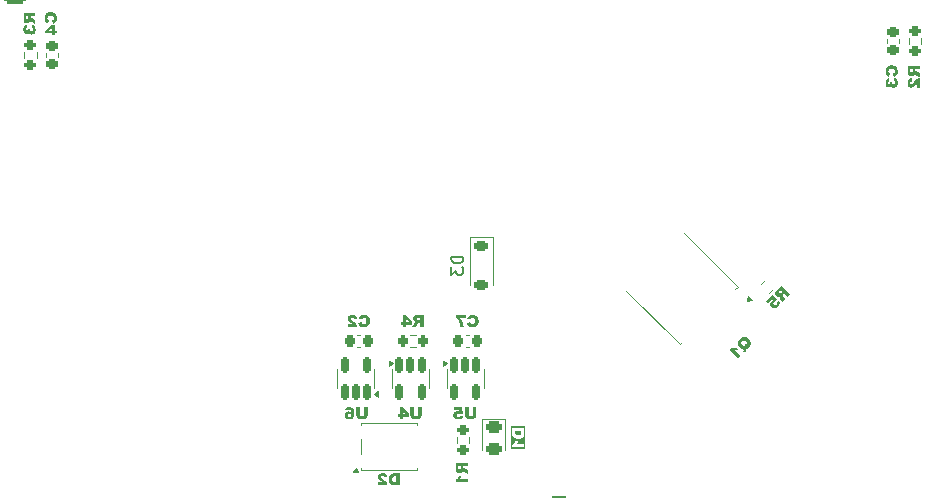
<source format=gbr>
%TF.GenerationSoftware,KiCad,Pcbnew,8.0.1*%
%TF.CreationDate,2024-04-25T23:19:35+09:00*%
%TF.ProjectId,Kicker-20240411,4b69636b-6572-42d3-9230-323430343131,rev?*%
%TF.SameCoordinates,Original*%
%TF.FileFunction,Legend,Bot*%
%TF.FilePolarity,Positive*%
%FSLAX46Y46*%
G04 Gerber Fmt 4.6, Leading zero omitted, Abs format (unit mm)*
G04 Created by KiCad (PCBNEW 8.0.1) date 2024-04-25 23:19:35*
%MOMM*%
%LPD*%
G01*
G04 APERTURE LIST*
G04 Aperture macros list*
%AMRoundRect*
0 Rectangle with rounded corners*
0 $1 Rounding radius*
0 $2 $3 $4 $5 $6 $7 $8 $9 X,Y pos of 4 corners*
0 Add a 4 corners polygon primitive as box body*
4,1,4,$2,$3,$4,$5,$6,$7,$8,$9,$2,$3,0*
0 Add four circle primitives for the rounded corners*
1,1,$1+$1,$2,$3*
1,1,$1+$1,$4,$5*
1,1,$1+$1,$6,$7*
1,1,$1+$1,$8,$9*
0 Add four rect primitives between the rounded corners*
20,1,$1+$1,$2,$3,$4,$5,0*
20,1,$1+$1,$4,$5,$6,$7,0*
20,1,$1+$1,$6,$7,$8,$9,0*
20,1,$1+$1,$8,$9,$2,$3,0*%
%AMHorizOval*
0 Thick line with rounded ends*
0 $1 width*
0 $2 $3 position (X,Y) of the first rounded end (center of the circle)*
0 $4 $5 position (X,Y) of the second rounded end (center of the circle)*
0 Add line between two ends*
20,1,$1,$2,$3,$4,$5,0*
0 Add two circle primitives to create the rounded ends*
1,1,$1,$2,$3*
1,1,$1,$4,$5*%
%AMRotRect*
0 Rectangle, with rotation*
0 The origin of the aperture is its center*
0 $1 length*
0 $2 width*
0 $3 Rotation angle, in degrees counterclockwise*
0 Add horizontal line*
21,1,$1,$2,0,0,$3*%
G04 Aperture macros list end*
%ADD10C,0.150000*%
%ADD11C,0.120000*%
%ADD12C,1.600000*%
%ADD13RotRect,1.600000X1.600000X45.000000*%
%ADD14C,2.400000*%
%ADD15R,2.400000X2.400000*%
%ADD16C,3.200000*%
%ADD17C,1.800000*%
%ADD18RoundRect,0.250200X-0.649800X0.649800X-0.649800X-0.649800X0.649800X-0.649800X0.649800X0.649800X0*%
%ADD19O,1.700000X2.000000*%
%ADD20RoundRect,0.250000X-0.600000X-0.750000X0.600000X-0.750000X0.600000X0.750000X-0.600000X0.750000X0*%
%ADD21HorizOval,1.700000X-0.106066X0.106066X0.106066X-0.106066X0*%
%ADD22RoundRect,0.250000X-0.106066X0.954594X-0.954594X0.106066X0.106066X-0.954594X0.954594X-0.106066X0*%
%ADD23C,1.700000*%
%ADD24RoundRect,0.250200X0.649800X-0.649800X0.649800X0.649800X-0.649800X0.649800X-0.649800X-0.649800X0*%
%ADD25RoundRect,0.200000X-0.275000X0.200000X-0.275000X-0.200000X0.275000X-0.200000X0.275000X0.200000X0*%
%ADD26R,2.000000X0.640000*%
%ADD27RoundRect,0.225000X0.250000X-0.225000X0.250000X0.225000X-0.250000X0.225000X-0.250000X-0.225000X0*%
%ADD28RoundRect,0.150000X-0.150000X0.512500X-0.150000X-0.512500X0.150000X-0.512500X0.150000X0.512500X0*%
%ADD29RoundRect,0.243750X-0.456250X0.243750X-0.456250X-0.243750X0.456250X-0.243750X0.456250X0.243750X0*%
%ADD30RoundRect,0.225000X-0.375000X0.225000X-0.375000X-0.225000X0.375000X-0.225000X0.375000X0.225000X0*%
%ADD31RoundRect,0.225000X0.225000X0.250000X-0.225000X0.250000X-0.225000X-0.250000X0.225000X-0.250000X0*%
%ADD32RoundRect,0.225000X-0.225000X-0.250000X0.225000X-0.250000X0.225000X0.250000X-0.225000X0.250000X0*%
%ADD33RoundRect,0.200000X0.200000X0.275000X-0.200000X0.275000X-0.200000X-0.275000X0.200000X-0.275000X0*%
%ADD34RoundRect,0.200000X0.053033X-0.335876X0.335876X-0.053033X-0.053033X0.335876X-0.335876X0.053033X0*%
%ADD35RoundRect,0.150000X0.150000X-0.512500X0.150000X0.512500X-0.150000X0.512500X-0.150000X-0.512500X0*%
%ADD36RoundRect,0.250000X0.848528X-0.353553X-0.353553X0.848528X-0.848528X0.353553X0.353553X-0.848528X0*%
%ADD37RoundRect,0.249997X3.959802X-0.212132X-0.212132X3.959802X-3.959802X0.212132X0.212132X-3.959802X0*%
G04 APERTURE END LIST*
D10*
G36*
X141108325Y-83123578D02*
G01*
X140701904Y-83123578D01*
X140701904Y-83151177D01*
X140705167Y-83181814D01*
X140725107Y-83227381D01*
X140758304Y-83257374D01*
X140802288Y-83283801D01*
X141108325Y-83449886D01*
X141108325Y-83801596D01*
X140820851Y-83651142D01*
X140797850Y-83637364D01*
X140757836Y-83607423D01*
X140739090Y-83592142D01*
X140704103Y-83557841D01*
X140685479Y-83524869D01*
X140666733Y-83476753D01*
X140663730Y-83489499D01*
X140649026Y-83538729D01*
X140627166Y-83585929D01*
X140606940Y-83615513D01*
X140571276Y-83653592D01*
X140529225Y-83684115D01*
X140485036Y-83704556D01*
X140435422Y-83716513D01*
X140385610Y-83720019D01*
X140367959Y-83719607D01*
X140318073Y-83713424D01*
X140268037Y-83697854D01*
X140223677Y-83673124D01*
X140186129Y-83641082D01*
X140154359Y-83599168D01*
X140132574Y-83550270D01*
X140129587Y-83540478D01*
X140118530Y-83489828D01*
X140111977Y-83435755D01*
X140108773Y-83381453D01*
X140107906Y-83329719D01*
X140107906Y-83123578D01*
X140311116Y-83123578D01*
X140311116Y-83260354D01*
X140311343Y-83275858D01*
X140316805Y-83328299D01*
X140337006Y-83376369D01*
X140361749Y-83396453D01*
X140411255Y-83407388D01*
X140423271Y-83406701D01*
X140469385Y-83387848D01*
X140476782Y-83381462D01*
X140500648Y-83337290D01*
X140507260Y-83306073D01*
X140514326Y-83254736D01*
X140514326Y-83123578D01*
X140311116Y-83123578D01*
X140107906Y-83123578D01*
X140107906Y-82811191D01*
X141108325Y-82811191D01*
X141108325Y-83123578D01*
G37*
G36*
X141108325Y-84668902D02*
G01*
X141108325Y-83829440D01*
X141054006Y-83838549D01*
X141001114Y-83853268D01*
X140949648Y-83873598D01*
X140899608Y-83899537D01*
X140871653Y-83916878D01*
X140828734Y-83948855D01*
X140791066Y-83982377D01*
X140751669Y-84022147D01*
X140718906Y-84058463D01*
X140685036Y-84098778D01*
X140650060Y-84143093D01*
X140613977Y-84191407D01*
X140581800Y-84234444D01*
X140548123Y-84276752D01*
X140514731Y-84314686D01*
X140477689Y-84348700D01*
X140435028Y-84373419D01*
X140389274Y-84383138D01*
X140340062Y-84371169D01*
X140311849Y-84349188D01*
X140285977Y-84305431D01*
X140279853Y-84263703D01*
X140288523Y-84214916D01*
X140314535Y-84176020D01*
X140358413Y-84149076D01*
X140410208Y-84134553D01*
X140436168Y-84130347D01*
X140412965Y-83849956D01*
X140363843Y-83858531D01*
X140313800Y-83871537D01*
X140265275Y-83890256D01*
X140229050Y-83910528D01*
X140190711Y-83941512D01*
X140158430Y-83979508D01*
X140132207Y-84024516D01*
X140127689Y-84034359D01*
X140110570Y-84084291D01*
X140100056Y-84136849D01*
X140094488Y-84189148D01*
X140092413Y-84238665D01*
X140092274Y-84256132D01*
X140093442Y-84309152D01*
X140097756Y-84365191D01*
X140105250Y-84414966D01*
X140117706Y-84464181D01*
X140125491Y-84485720D01*
X140149558Y-84533705D01*
X140180541Y-84574773D01*
X140218442Y-84608924D01*
X140226852Y-84614925D01*
X140271216Y-84639783D01*
X140318825Y-84655435D01*
X140369677Y-84661879D01*
X140380237Y-84662063D01*
X140430314Y-84657794D01*
X140479155Y-84644985D01*
X140526759Y-84623636D01*
X140552672Y-84608086D01*
X140594834Y-84575586D01*
X140633379Y-84538108D01*
X140667646Y-84499268D01*
X140703046Y-84454228D01*
X140733412Y-84411959D01*
X140762973Y-84368847D01*
X140791706Y-84328172D01*
X140813768Y-84298874D01*
X140846025Y-84261613D01*
X140873851Y-84231952D01*
X140873851Y-84668902D01*
X141108325Y-84668902D01*
G37*
G36*
X66229645Y-78620045D02*
G01*
X65823224Y-78620045D01*
X65823224Y-78647644D01*
X65826487Y-78678281D01*
X65846427Y-78723848D01*
X65879624Y-78753841D01*
X65923608Y-78780268D01*
X66229645Y-78946353D01*
X66229645Y-79298063D01*
X65942171Y-79147609D01*
X65919170Y-79133831D01*
X65879156Y-79103890D01*
X65860410Y-79088609D01*
X65825423Y-79054308D01*
X65806799Y-79021336D01*
X65788053Y-78973220D01*
X65785050Y-78985966D01*
X65770346Y-79035196D01*
X65748486Y-79082396D01*
X65728260Y-79111980D01*
X65692596Y-79150059D01*
X65650545Y-79180582D01*
X65606356Y-79201023D01*
X65556742Y-79212980D01*
X65506930Y-79216486D01*
X65489279Y-79216074D01*
X65439393Y-79209891D01*
X65389357Y-79194321D01*
X65344997Y-79169591D01*
X65307449Y-79137549D01*
X65275679Y-79095635D01*
X65253894Y-79046737D01*
X65250907Y-79036945D01*
X65239850Y-78986295D01*
X65233297Y-78932222D01*
X65230093Y-78877920D01*
X65229226Y-78826186D01*
X65229226Y-78620045D01*
X65432436Y-78620045D01*
X65432436Y-78756821D01*
X65432663Y-78772325D01*
X65438125Y-78824766D01*
X65458326Y-78872836D01*
X65483069Y-78892920D01*
X65532575Y-78903855D01*
X65544591Y-78903168D01*
X65590705Y-78884315D01*
X65598102Y-78877929D01*
X65621968Y-78833757D01*
X65628580Y-78802540D01*
X65635646Y-78751203D01*
X65635646Y-78620045D01*
X65432436Y-78620045D01*
X65229226Y-78620045D01*
X65229226Y-78307658D01*
X66229645Y-78307658D01*
X66229645Y-78620045D01*
G37*
G36*
X65526225Y-79617777D02*
G01*
X65482261Y-79353262D01*
X65435590Y-79367765D01*
X65386566Y-79390089D01*
X65343386Y-79418234D01*
X65306050Y-79452199D01*
X65282959Y-79480024D01*
X65255931Y-79524785D01*
X65235542Y-79577002D01*
X65223349Y-79627695D01*
X65216033Y-79683866D01*
X65213662Y-79734860D01*
X65213594Y-79745516D01*
X65215335Y-79804516D01*
X65220559Y-79858173D01*
X65229265Y-79906487D01*
X65244309Y-79957412D01*
X65268198Y-80007100D01*
X65284913Y-80030791D01*
X65322756Y-80069260D01*
X65365208Y-80096737D01*
X65412271Y-80113223D01*
X65463943Y-80118719D01*
X65513208Y-80112793D01*
X65561934Y-80093158D01*
X65578249Y-80082815D01*
X65617827Y-80047836D01*
X65648041Y-80008855D01*
X65668130Y-79975104D01*
X65682889Y-80023765D01*
X65702080Y-80064253D01*
X65733222Y-80103810D01*
X65771937Y-80134858D01*
X65784390Y-80142166D01*
X65832629Y-80161200D01*
X65884203Y-80169330D01*
X65905778Y-80170010D01*
X65955090Y-80166358D01*
X66003280Y-80155404D01*
X66050350Y-80137147D01*
X66076016Y-80123848D01*
X66118810Y-80094812D01*
X66155691Y-80059362D01*
X66186661Y-80017498D01*
X66201312Y-79991468D01*
X66220546Y-79944833D01*
X66234285Y-79891390D01*
X66241798Y-79839042D01*
X66244890Y-79790024D01*
X66245276Y-79764078D01*
X66244151Y-79714639D01*
X66239995Y-79662104D01*
X66231497Y-79608848D01*
X66217155Y-79557583D01*
X66213280Y-79547435D01*
X66190244Y-79500566D01*
X66161436Y-79459183D01*
X66126855Y-79423286D01*
X66119247Y-79416765D01*
X66077396Y-79387174D01*
X66029392Y-79362211D01*
X65980927Y-79343700D01*
X65963664Y-79338363D01*
X65932645Y-79617777D01*
X65979505Y-79632626D01*
X66020983Y-79658432D01*
X66030587Y-79668823D01*
X66052508Y-79713989D01*
X66057698Y-79757239D01*
X66049165Y-79805772D01*
X66021252Y-79848430D01*
X66018863Y-79850784D01*
X65976591Y-79877782D01*
X65926970Y-79888067D01*
X65915060Y-79888398D01*
X65866239Y-79882432D01*
X65822228Y-79860722D01*
X65812722Y-79852250D01*
X65785428Y-79809874D01*
X65776365Y-79758390D01*
X65776330Y-79754553D01*
X65782436Y-79703701D01*
X65791961Y-79663939D01*
X65585820Y-79678349D01*
X65588751Y-79714741D01*
X65581241Y-79765116D01*
X65558709Y-79806332D01*
X65519160Y-79837126D01*
X65487635Y-79843213D01*
X65439309Y-79828955D01*
X65424864Y-79815613D01*
X65403972Y-79770769D01*
X65401173Y-79740142D01*
X65409983Y-79690237D01*
X65429016Y-79659542D01*
X65470197Y-79632428D01*
X65517688Y-79619228D01*
X65526225Y-79617777D01*
G37*
G36*
X97068098Y-118329645D02*
G01*
X96605746Y-118329645D01*
X96573927Y-118328683D01*
X96523654Y-118323634D01*
X96470329Y-118314257D01*
X96420366Y-118302289D01*
X96411031Y-118299661D01*
X96365503Y-118281853D01*
X96321883Y-118256270D01*
X96280170Y-118222910D01*
X96260489Y-118203519D01*
X96228579Y-118165128D01*
X96201190Y-118122255D01*
X96178321Y-118074899D01*
X96165788Y-118039210D01*
X96154442Y-117991170D01*
X96146627Y-117936234D01*
X96142737Y-117883658D01*
X96141584Y-117832366D01*
X96454071Y-117832366D01*
X96454163Y-117846708D01*
X96456361Y-117899037D01*
X96463230Y-117953114D01*
X96477519Y-118001382D01*
X96503243Y-118043339D01*
X96541999Y-118074411D01*
X96580856Y-118087062D01*
X96630355Y-118093529D01*
X96680729Y-118095171D01*
X96756933Y-118095171D01*
X96756933Y-117563699D01*
X96679263Y-117563699D01*
X96643164Y-117565094D01*
X96592399Y-117573131D01*
X96545580Y-117590713D01*
X96506339Y-117620852D01*
X96500010Y-117628347D01*
X96476581Y-117671521D01*
X96462698Y-117722873D01*
X96455909Y-117777824D01*
X96454071Y-117832366D01*
X96141584Y-117832366D01*
X96141441Y-117826016D01*
X96142308Y-117788025D01*
X96146162Y-117738574D01*
X96154184Y-117684583D01*
X96166109Y-117632331D01*
X96174557Y-117604264D01*
X96193491Y-117556537D01*
X96217216Y-117512403D01*
X96245732Y-117471864D01*
X96263621Y-117451121D01*
X96299427Y-117417721D01*
X96339871Y-117389383D01*
X96384951Y-117366106D01*
X96401209Y-117359515D01*
X96449058Y-117345109D01*
X96503440Y-117335313D01*
X96556384Y-117330522D01*
X96605746Y-117329226D01*
X97068098Y-117329226D01*
X97068098Y-118329645D01*
G37*
G36*
X95210387Y-118329645D02*
G01*
X96049849Y-118329645D01*
X96040740Y-118275326D01*
X96026021Y-118222434D01*
X96005691Y-118170968D01*
X95979752Y-118120928D01*
X95962411Y-118092973D01*
X95930434Y-118050054D01*
X95896912Y-118012386D01*
X95857142Y-117972989D01*
X95820826Y-117940226D01*
X95780511Y-117906356D01*
X95736196Y-117871380D01*
X95687882Y-117835297D01*
X95644845Y-117803120D01*
X95602537Y-117769443D01*
X95564603Y-117736051D01*
X95530589Y-117699009D01*
X95505870Y-117656348D01*
X95496151Y-117610594D01*
X95508120Y-117561382D01*
X95530101Y-117533169D01*
X95573858Y-117507297D01*
X95615586Y-117501173D01*
X95664373Y-117509843D01*
X95703269Y-117535855D01*
X95730213Y-117579733D01*
X95744736Y-117631528D01*
X95748942Y-117657488D01*
X96029333Y-117634285D01*
X96020758Y-117585163D01*
X96007752Y-117535120D01*
X95989033Y-117486595D01*
X95968761Y-117450370D01*
X95937777Y-117412031D01*
X95899781Y-117379750D01*
X95854773Y-117353527D01*
X95844930Y-117349009D01*
X95794998Y-117331890D01*
X95742440Y-117321376D01*
X95690141Y-117315808D01*
X95640624Y-117313733D01*
X95623157Y-117313594D01*
X95570137Y-117314762D01*
X95514098Y-117319076D01*
X95464323Y-117326570D01*
X95415108Y-117339026D01*
X95393569Y-117346811D01*
X95345584Y-117370878D01*
X95304516Y-117401861D01*
X95270365Y-117439762D01*
X95264364Y-117448172D01*
X95239506Y-117492536D01*
X95223854Y-117540145D01*
X95217410Y-117590997D01*
X95217226Y-117601557D01*
X95221495Y-117651634D01*
X95234304Y-117700475D01*
X95255653Y-117748079D01*
X95271203Y-117773992D01*
X95303703Y-117816154D01*
X95341181Y-117854699D01*
X95380021Y-117888966D01*
X95425061Y-117924366D01*
X95467330Y-117954732D01*
X95510442Y-117984293D01*
X95551117Y-118013026D01*
X95580415Y-118035088D01*
X95617676Y-118067345D01*
X95647337Y-118095171D01*
X95210387Y-118095171D01*
X95210387Y-118329645D01*
G37*
G36*
X138823224Y-83477486D02*
G01*
X138902115Y-83750061D01*
X138950015Y-83736573D01*
X139000378Y-83717438D01*
X139046071Y-83694335D01*
X139087092Y-83667262D01*
X139091892Y-83663599D01*
X139131682Y-83628091D01*
X139165599Y-83588062D01*
X139193643Y-83543512D01*
X139206686Y-83516809D01*
X139223569Y-83470097D01*
X139235628Y-83417402D01*
X139242223Y-83366385D01*
X139245125Y-83310786D01*
X139245276Y-83294059D01*
X139244125Y-83244235D01*
X139239706Y-83188319D01*
X139231972Y-83136627D01*
X139218760Y-83081660D01*
X139201037Y-83032442D01*
X139198137Y-83025881D01*
X139173983Y-82981716D01*
X139142979Y-82940262D01*
X139105127Y-82901520D01*
X139067231Y-82870471D01*
X139031808Y-82846118D01*
X138984776Y-82820469D01*
X138933073Y-82800128D01*
X138876698Y-82785092D01*
X138826152Y-82776617D01*
X138772361Y-82771826D01*
X138726993Y-82770647D01*
X138666928Y-82772723D01*
X138610443Y-82778951D01*
X138557538Y-82789331D01*
X138508212Y-82803864D01*
X138462466Y-82822548D01*
X138410318Y-82851743D01*
X138363763Y-82887425D01*
X138346707Y-82903515D01*
X138308359Y-82947731D01*
X138276511Y-82997339D01*
X138251162Y-83052336D01*
X138235563Y-83100215D01*
X138224124Y-83151544D01*
X138216844Y-83206324D01*
X138213724Y-83264553D01*
X138213594Y-83279649D01*
X138215479Y-83337115D01*
X138221131Y-83390598D01*
X138230553Y-83440098D01*
X138246833Y-83494240D01*
X138268540Y-83542645D01*
X138290775Y-83578602D01*
X138322629Y-83617485D01*
X138360304Y-83652436D01*
X138403801Y-83683454D01*
X138453120Y-83710539D01*
X138498666Y-83730106D01*
X138527935Y-83740535D01*
X138588751Y-83465762D01*
X138543125Y-83448133D01*
X138521829Y-83435476D01*
X138485542Y-83400309D01*
X138467363Y-83371484D01*
X138451252Y-83323632D01*
X138448067Y-83287220D01*
X138453273Y-83237425D01*
X138471573Y-83188778D01*
X138503050Y-83147935D01*
X138531354Y-83125043D01*
X138576868Y-83102632D01*
X138629618Y-83089559D01*
X138678366Y-83084039D01*
X138725527Y-83082545D01*
X138783278Y-83084331D01*
X138833799Y-83089689D01*
X138883603Y-83100455D01*
X138933176Y-83121441D01*
X138949986Y-83133347D01*
X138984611Y-83173152D01*
X139004864Y-83222711D01*
X139010803Y-83276229D01*
X139006128Y-83327831D01*
X138990186Y-83374729D01*
X138962931Y-83411296D01*
X138920731Y-83442013D01*
X138876223Y-83462206D01*
X138828906Y-83476179D01*
X138823224Y-83477486D01*
G37*
G36*
X138526225Y-84121310D02*
G01*
X138482261Y-83856795D01*
X138435590Y-83871298D01*
X138386566Y-83893622D01*
X138343386Y-83921767D01*
X138306050Y-83955732D01*
X138282959Y-83983557D01*
X138255931Y-84028318D01*
X138235542Y-84080535D01*
X138223349Y-84131228D01*
X138216033Y-84187399D01*
X138213662Y-84238393D01*
X138213594Y-84249049D01*
X138215335Y-84308049D01*
X138220559Y-84361706D01*
X138229265Y-84410020D01*
X138244309Y-84460945D01*
X138268198Y-84510633D01*
X138284913Y-84534324D01*
X138322756Y-84572793D01*
X138365208Y-84600270D01*
X138412271Y-84616756D01*
X138463943Y-84622252D01*
X138513208Y-84616326D01*
X138561934Y-84596691D01*
X138578249Y-84586348D01*
X138617827Y-84551369D01*
X138648041Y-84512388D01*
X138668130Y-84478637D01*
X138682889Y-84527298D01*
X138702080Y-84567786D01*
X138733222Y-84607343D01*
X138771937Y-84638391D01*
X138784390Y-84645699D01*
X138832629Y-84664733D01*
X138884203Y-84672863D01*
X138905778Y-84673543D01*
X138955090Y-84669891D01*
X139003280Y-84658937D01*
X139050350Y-84640680D01*
X139076016Y-84627381D01*
X139118810Y-84598345D01*
X139155691Y-84562895D01*
X139186661Y-84521031D01*
X139201312Y-84495001D01*
X139220546Y-84448366D01*
X139234285Y-84394923D01*
X139241798Y-84342575D01*
X139244890Y-84293557D01*
X139245276Y-84267611D01*
X139244151Y-84218172D01*
X139239995Y-84165637D01*
X139231497Y-84112381D01*
X139217155Y-84061116D01*
X139213280Y-84050968D01*
X139190244Y-84004099D01*
X139161436Y-83962716D01*
X139126855Y-83926819D01*
X139119247Y-83920298D01*
X139077396Y-83890707D01*
X139029392Y-83865744D01*
X138980927Y-83847233D01*
X138963664Y-83841896D01*
X138932645Y-84121310D01*
X138979505Y-84136159D01*
X139020983Y-84161965D01*
X139030587Y-84172356D01*
X139052508Y-84217522D01*
X139057698Y-84260772D01*
X139049165Y-84309305D01*
X139021252Y-84351963D01*
X139018863Y-84354317D01*
X138976591Y-84381315D01*
X138926970Y-84391600D01*
X138915060Y-84391931D01*
X138866239Y-84385965D01*
X138822228Y-84364255D01*
X138812722Y-84355783D01*
X138785428Y-84313407D01*
X138776365Y-84261923D01*
X138776330Y-84258086D01*
X138782436Y-84207234D01*
X138791961Y-84167472D01*
X138585820Y-84181882D01*
X138588751Y-84218274D01*
X138581241Y-84268649D01*
X138558709Y-84309865D01*
X138519160Y-84340659D01*
X138487635Y-84346746D01*
X138439309Y-84332488D01*
X138424864Y-84319146D01*
X138403972Y-84274302D01*
X138401173Y-84243675D01*
X138409983Y-84193770D01*
X138429016Y-84163075D01*
X138470197Y-84135961D01*
X138517688Y-84122761D01*
X138526225Y-84121310D01*
G37*
G36*
X102905537Y-111729226D02*
G01*
X102595105Y-111729226D01*
X102595105Y-112324446D01*
X102597307Y-112373407D01*
X102604921Y-112425995D01*
X102617973Y-112476676D01*
X102622948Y-112491508D01*
X102643428Y-112538753D01*
X102670061Y-112582183D01*
X102702847Y-112621796D01*
X102710143Y-112629261D01*
X102747810Y-112662615D01*
X102790566Y-112691371D01*
X102834707Y-112711815D01*
X102882395Y-112726454D01*
X102934602Y-112736911D01*
X102983990Y-112742629D01*
X103036837Y-112745145D01*
X103052572Y-112745276D01*
X103104702Y-112744064D01*
X103154848Y-112740858D01*
X103207618Y-112735649D01*
X103213039Y-112735018D01*
X103264464Y-112726651D01*
X103314639Y-112712929D01*
X103358119Y-112694474D01*
X103400526Y-112668187D01*
X103440185Y-112634756D01*
X103465098Y-112608500D01*
X103494738Y-112569643D01*
X103518843Y-112526332D01*
X103531288Y-112493217D01*
X103545219Y-112441356D01*
X103554592Y-112392934D01*
X103559658Y-112343165D01*
X103560108Y-112324446D01*
X103560108Y-111729226D01*
X103249676Y-111729226D01*
X103249676Y-112337390D01*
X103244279Y-112389261D01*
X103226081Y-112436236D01*
X103204002Y-112464885D01*
X103161048Y-112494615D01*
X103111022Y-112508606D01*
X103077240Y-112510803D01*
X103026094Y-112505464D01*
X102979646Y-112487460D01*
X102951211Y-112465618D01*
X102921639Y-112422657D01*
X102907723Y-112371910D01*
X102905537Y-112337390D01*
X102905537Y-111729226D01*
G37*
G36*
X102327415Y-111729226D02*
G01*
X101663074Y-111729226D01*
X101663074Y-111963699D01*
X102112969Y-111963699D01*
X102137149Y-112105116D01*
X102090743Y-112084233D01*
X102044826Y-112069456D01*
X101996573Y-112060118D01*
X101954456Y-112057488D01*
X101899770Y-112060674D01*
X101849103Y-112070231D01*
X101802455Y-112086159D01*
X101753111Y-112112795D01*
X101709236Y-112148102D01*
X101672501Y-112189990D01*
X101644788Y-112236366D01*
X101626098Y-112287229D01*
X101616431Y-112342581D01*
X101614958Y-112376225D01*
X101618803Y-112430031D01*
X101630337Y-112482640D01*
X101649560Y-112534050D01*
X101663563Y-112562094D01*
X101690277Y-112604043D01*
X101726388Y-112644958D01*
X101768913Y-112679227D01*
X101800827Y-112698381D01*
X101848393Y-112718898D01*
X101902188Y-112733552D01*
X101954367Y-112741567D01*
X102011315Y-112745093D01*
X102028461Y-112745276D01*
X102082274Y-112743750D01*
X102131604Y-112739171D01*
X102181159Y-112730503D01*
X102199431Y-112725981D01*
X102245784Y-112710464D01*
X102290624Y-112688402D01*
X102320332Y-112668340D01*
X102357553Y-112635531D01*
X102390785Y-112596501D01*
X102400932Y-112581633D01*
X102424401Y-112538192D01*
X102442988Y-112491080D01*
X102452467Y-112460489D01*
X102169390Y-112432645D01*
X102155131Y-112480677D01*
X102125898Y-112521832D01*
X102121274Y-112525946D01*
X102076983Y-112550721D01*
X102031148Y-112557698D01*
X101980877Y-112549004D01*
X101939514Y-112522922D01*
X101934672Y-112518130D01*
X101908626Y-112476076D01*
X101897910Y-112428196D01*
X101896570Y-112400161D01*
X101901130Y-112349996D01*
X101918277Y-112303807D01*
X101935161Y-112282436D01*
X101976745Y-112255613D01*
X102025725Y-112245395D01*
X102037498Y-112245067D01*
X102087129Y-112252031D01*
X102115900Y-112262896D01*
X102157176Y-112290508D01*
X102177694Y-112309547D01*
X102415831Y-112278772D01*
X102327415Y-111729226D01*
G37*
G36*
X107373851Y-113848560D02*
G01*
X107372209Y-113898934D01*
X107365742Y-113948433D01*
X107353091Y-113987290D01*
X107322019Y-114026046D01*
X107280062Y-114051770D01*
X107231794Y-114066059D01*
X107177717Y-114072928D01*
X107125388Y-114075126D01*
X107111046Y-114075218D01*
X107056504Y-114073380D01*
X107001553Y-114066591D01*
X106950201Y-114052708D01*
X106907027Y-114029279D01*
X106899532Y-114022950D01*
X106869393Y-113983709D01*
X106851811Y-113936890D01*
X106843774Y-113886125D01*
X106842379Y-113850026D01*
X106842379Y-113772356D01*
X107373851Y-113772356D01*
X107373851Y-113848560D01*
G37*
G36*
X107719436Y-115245121D02*
G01*
X106481163Y-115245121D01*
X106481163Y-115134010D01*
X106592274Y-115134010D01*
X107608325Y-115134010D01*
X107608325Y-114850933D01*
X106943007Y-114850933D01*
X106974305Y-114808467D01*
X107001644Y-114766860D01*
X107027144Y-114722084D01*
X107029225Y-114718065D01*
X107051576Y-114670064D01*
X107071344Y-114619765D01*
X107088687Y-114569072D01*
X107092484Y-114557109D01*
X106858010Y-114557109D01*
X106840422Y-114608440D01*
X106821546Y-114655271D01*
X106797895Y-114704222D01*
X106772492Y-114747048D01*
X106749322Y-114778881D01*
X106715602Y-114816189D01*
X106678187Y-114849223D01*
X106637078Y-114877983D01*
X106592274Y-114902468D01*
X106592274Y-115134010D01*
X106481163Y-115134010D01*
X106481163Y-113461191D01*
X106607906Y-113461191D01*
X106607906Y-113772356D01*
X106607906Y-113923543D01*
X106609202Y-113972905D01*
X106613993Y-114025849D01*
X106623789Y-114080231D01*
X106638195Y-114128080D01*
X106644786Y-114144338D01*
X106668063Y-114189418D01*
X106696401Y-114229862D01*
X106729801Y-114265668D01*
X106750544Y-114283557D01*
X106791083Y-114312073D01*
X106835217Y-114335798D01*
X106882944Y-114354732D01*
X106911011Y-114363180D01*
X106963263Y-114375105D01*
X107017254Y-114383127D01*
X107066705Y-114386981D01*
X107104696Y-114387848D01*
X107162338Y-114386552D01*
X107214914Y-114382662D01*
X107269850Y-114374847D01*
X107317890Y-114363501D01*
X107353579Y-114350968D01*
X107400935Y-114328099D01*
X107443808Y-114300710D01*
X107482199Y-114268800D01*
X107501590Y-114249119D01*
X107534950Y-114207406D01*
X107560533Y-114163786D01*
X107578341Y-114118258D01*
X107580969Y-114108923D01*
X107592937Y-114058960D01*
X107602314Y-114005635D01*
X107607363Y-113955362D01*
X107608325Y-113923543D01*
X107608325Y-113461191D01*
X106607906Y-113461191D01*
X106481163Y-113461191D01*
X106481163Y-113350080D01*
X107719436Y-113350080D01*
X107719436Y-115245121D01*
G37*
X102454765Y-98973017D02*
X101454765Y-98973017D01*
X101454765Y-98973017D02*
X101454765Y-99211112D01*
X101454765Y-99211112D02*
X101502384Y-99353969D01*
X101502384Y-99353969D02*
X101597622Y-99449207D01*
X101597622Y-99449207D02*
X101692860Y-99496826D01*
X101692860Y-99496826D02*
X101883336Y-99544445D01*
X101883336Y-99544445D02*
X102026193Y-99544445D01*
X102026193Y-99544445D02*
X102216669Y-99496826D01*
X102216669Y-99496826D02*
X102311907Y-99449207D01*
X102311907Y-99449207D02*
X102407146Y-99353969D01*
X102407146Y-99353969D02*
X102454765Y-99211112D01*
X102454765Y-99211112D02*
X102454765Y-98973017D01*
X101454765Y-99877779D02*
X101454765Y-100496826D01*
X101454765Y-100496826D02*
X101835717Y-100163493D01*
X101835717Y-100163493D02*
X101835717Y-100306350D01*
X101835717Y-100306350D02*
X101883336Y-100401588D01*
X101883336Y-100401588D02*
X101930955Y-100449207D01*
X101930955Y-100449207D02*
X102026193Y-100496826D01*
X102026193Y-100496826D02*
X102264288Y-100496826D01*
X102264288Y-100496826D02*
X102359526Y-100449207D01*
X102359526Y-100449207D02*
X102407146Y-100401588D01*
X102407146Y-100401588D02*
X102454765Y-100306350D01*
X102454765Y-100306350D02*
X102454765Y-100020636D01*
X102454765Y-100020636D02*
X102407146Y-99925398D01*
X102407146Y-99925398D02*
X102359526Y-99877779D01*
G36*
X67623224Y-78977486D02*
G01*
X67702115Y-79250061D01*
X67750015Y-79236573D01*
X67800378Y-79217438D01*
X67846071Y-79194335D01*
X67887092Y-79167262D01*
X67891892Y-79163599D01*
X67931682Y-79128091D01*
X67965599Y-79088062D01*
X67993643Y-79043512D01*
X68006686Y-79016809D01*
X68023569Y-78970097D01*
X68035628Y-78917402D01*
X68042223Y-78866385D01*
X68045125Y-78810786D01*
X68045276Y-78794059D01*
X68044125Y-78744235D01*
X68039706Y-78688319D01*
X68031972Y-78636627D01*
X68018760Y-78581660D01*
X68001037Y-78532442D01*
X67998137Y-78525881D01*
X67973983Y-78481716D01*
X67942979Y-78440262D01*
X67905127Y-78401520D01*
X67867231Y-78370471D01*
X67831808Y-78346118D01*
X67784776Y-78320469D01*
X67733073Y-78300128D01*
X67676698Y-78285092D01*
X67626152Y-78276617D01*
X67572361Y-78271826D01*
X67526993Y-78270647D01*
X67466928Y-78272723D01*
X67410443Y-78278951D01*
X67357538Y-78289331D01*
X67308212Y-78303864D01*
X67262466Y-78322548D01*
X67210318Y-78351743D01*
X67163763Y-78387425D01*
X67146707Y-78403515D01*
X67108359Y-78447731D01*
X67076511Y-78497339D01*
X67051162Y-78552336D01*
X67035563Y-78600215D01*
X67024124Y-78651544D01*
X67016844Y-78706324D01*
X67013724Y-78764553D01*
X67013594Y-78779649D01*
X67015479Y-78837115D01*
X67021131Y-78890598D01*
X67030553Y-78940098D01*
X67046833Y-78994240D01*
X67068540Y-79042645D01*
X67090775Y-79078602D01*
X67122629Y-79117485D01*
X67160304Y-79152436D01*
X67203801Y-79183454D01*
X67253120Y-79210539D01*
X67298666Y-79230106D01*
X67327935Y-79240535D01*
X67388751Y-78965762D01*
X67343125Y-78948133D01*
X67321829Y-78935476D01*
X67285542Y-78900309D01*
X67267363Y-78871484D01*
X67251252Y-78823632D01*
X67248067Y-78787220D01*
X67253273Y-78737425D01*
X67271573Y-78688778D01*
X67303050Y-78647935D01*
X67331354Y-78625043D01*
X67376868Y-78602632D01*
X67429618Y-78589559D01*
X67478366Y-78584039D01*
X67525527Y-78582545D01*
X67583278Y-78584331D01*
X67633799Y-78589689D01*
X67683603Y-78600455D01*
X67733176Y-78621441D01*
X67749986Y-78633347D01*
X67784611Y-78673152D01*
X67804864Y-78722711D01*
X67810803Y-78776229D01*
X67806128Y-78827831D01*
X67790186Y-78874729D01*
X67762931Y-78911296D01*
X67720731Y-78942013D01*
X67676223Y-78962206D01*
X67628906Y-78976179D01*
X67623224Y-78977486D01*
G37*
G36*
X67857698Y-79830870D02*
G01*
X68029645Y-79830870D01*
X68029645Y-80074624D01*
X67857698Y-80074624D01*
X67857698Y-80201142D01*
X67623224Y-80201142D01*
X67623224Y-80074624D01*
X67013594Y-80074624D01*
X67013594Y-79830870D01*
X67307907Y-79830870D01*
X67623224Y-79830870D01*
X67623224Y-79561714D01*
X67307907Y-79830870D01*
X67013594Y-79830870D01*
X67625423Y-79321135D01*
X67857698Y-79321135D01*
X67857698Y-79830870D01*
G37*
G36*
X93851803Y-104523224D02*
G01*
X93579228Y-104602115D01*
X93592716Y-104650015D01*
X93611851Y-104700378D01*
X93634954Y-104746071D01*
X93662027Y-104787092D01*
X93665690Y-104791892D01*
X93701198Y-104831682D01*
X93741227Y-104865599D01*
X93785777Y-104893643D01*
X93812480Y-104906686D01*
X93859192Y-104923569D01*
X93911887Y-104935628D01*
X93962904Y-104942223D01*
X94018503Y-104945125D01*
X94035230Y-104945276D01*
X94085054Y-104944125D01*
X94140970Y-104939706D01*
X94192662Y-104931972D01*
X94247629Y-104918760D01*
X94296847Y-104901037D01*
X94303408Y-104898137D01*
X94347573Y-104873983D01*
X94389027Y-104842979D01*
X94427769Y-104805127D01*
X94458818Y-104767231D01*
X94483171Y-104731808D01*
X94508820Y-104684776D01*
X94529161Y-104633073D01*
X94544197Y-104576698D01*
X94552672Y-104526152D01*
X94557463Y-104472361D01*
X94558642Y-104426993D01*
X94556566Y-104366928D01*
X94550338Y-104310443D01*
X94539958Y-104257538D01*
X94525425Y-104208212D01*
X94506741Y-104162466D01*
X94477546Y-104110318D01*
X94441864Y-104063763D01*
X94425774Y-104046707D01*
X94381558Y-104008359D01*
X94331950Y-103976511D01*
X94276953Y-103951162D01*
X94229074Y-103935563D01*
X94177745Y-103924124D01*
X94122965Y-103916844D01*
X94064736Y-103913724D01*
X94049640Y-103913594D01*
X93992174Y-103915479D01*
X93938691Y-103921131D01*
X93889191Y-103930553D01*
X93835049Y-103946833D01*
X93786644Y-103968540D01*
X93750687Y-103990775D01*
X93711804Y-104022629D01*
X93676853Y-104060304D01*
X93645835Y-104103801D01*
X93618750Y-104153120D01*
X93599183Y-104198666D01*
X93588754Y-104227935D01*
X93863527Y-104288751D01*
X93881156Y-104243125D01*
X93893813Y-104221829D01*
X93928980Y-104185542D01*
X93957805Y-104167363D01*
X94005657Y-104151252D01*
X94042069Y-104148067D01*
X94091864Y-104153273D01*
X94140511Y-104171573D01*
X94181354Y-104203050D01*
X94204246Y-104231354D01*
X94226657Y-104276868D01*
X94239730Y-104329618D01*
X94245250Y-104378366D01*
X94246744Y-104425527D01*
X94244958Y-104483278D01*
X94239600Y-104533799D01*
X94228834Y-104583603D01*
X94207848Y-104633176D01*
X94195942Y-104649986D01*
X94156137Y-104684611D01*
X94106578Y-104704864D01*
X94053060Y-104710803D01*
X94001458Y-104706128D01*
X93954560Y-104690186D01*
X93917993Y-104662931D01*
X93887276Y-104620731D01*
X93867083Y-104576223D01*
X93853110Y-104528906D01*
X93851803Y-104523224D01*
G37*
G36*
X92660387Y-104929645D02*
G01*
X93499849Y-104929645D01*
X93490740Y-104875326D01*
X93476021Y-104822434D01*
X93455691Y-104770968D01*
X93429752Y-104720928D01*
X93412411Y-104692973D01*
X93380434Y-104650054D01*
X93346912Y-104612386D01*
X93307142Y-104572989D01*
X93270826Y-104540226D01*
X93230511Y-104506356D01*
X93186196Y-104471380D01*
X93137882Y-104435297D01*
X93094845Y-104403120D01*
X93052537Y-104369443D01*
X93014603Y-104336051D01*
X92980589Y-104299009D01*
X92955870Y-104256348D01*
X92946151Y-104210594D01*
X92958120Y-104161382D01*
X92980101Y-104133169D01*
X93023858Y-104107297D01*
X93065586Y-104101173D01*
X93114373Y-104109843D01*
X93153269Y-104135855D01*
X93180213Y-104179733D01*
X93194736Y-104231528D01*
X93198942Y-104257488D01*
X93479333Y-104234285D01*
X93470758Y-104185163D01*
X93457752Y-104135120D01*
X93439033Y-104086595D01*
X93418761Y-104050370D01*
X93387777Y-104012031D01*
X93349781Y-103979750D01*
X93304773Y-103953527D01*
X93294930Y-103949009D01*
X93244998Y-103931890D01*
X93192440Y-103921376D01*
X93140141Y-103915808D01*
X93090624Y-103913733D01*
X93073157Y-103913594D01*
X93020137Y-103914762D01*
X92964098Y-103919076D01*
X92914323Y-103926570D01*
X92865108Y-103939026D01*
X92843569Y-103946811D01*
X92795584Y-103970878D01*
X92754516Y-104001861D01*
X92720365Y-104039762D01*
X92714364Y-104048172D01*
X92689506Y-104092536D01*
X92673854Y-104140145D01*
X92667410Y-104190997D01*
X92667226Y-104201557D01*
X92671495Y-104251634D01*
X92684304Y-104300475D01*
X92705653Y-104348079D01*
X92721203Y-104373992D01*
X92753703Y-104416154D01*
X92791181Y-104454699D01*
X92830021Y-104488966D01*
X92875061Y-104524366D01*
X92917330Y-104554732D01*
X92960442Y-104584293D01*
X93001117Y-104613026D01*
X93030415Y-104635088D01*
X93067676Y-104667345D01*
X93097337Y-104695171D01*
X92660387Y-104695171D01*
X92660387Y-104929645D01*
G37*
G36*
X98280537Y-111729226D02*
G01*
X97970105Y-111729226D01*
X97970105Y-112324446D01*
X97972307Y-112373407D01*
X97979921Y-112425995D01*
X97992973Y-112476676D01*
X97997948Y-112491508D01*
X98018428Y-112538753D01*
X98045061Y-112582183D01*
X98077847Y-112621796D01*
X98085143Y-112629261D01*
X98122810Y-112662615D01*
X98165566Y-112691371D01*
X98209707Y-112711815D01*
X98257395Y-112726454D01*
X98309602Y-112736911D01*
X98358990Y-112742629D01*
X98411837Y-112745145D01*
X98427572Y-112745276D01*
X98479702Y-112744064D01*
X98529848Y-112740858D01*
X98582618Y-112735649D01*
X98588039Y-112735018D01*
X98639464Y-112726651D01*
X98689639Y-112712929D01*
X98733119Y-112694474D01*
X98775526Y-112668187D01*
X98815185Y-112634756D01*
X98840098Y-112608500D01*
X98869738Y-112569643D01*
X98893843Y-112526332D01*
X98906288Y-112493217D01*
X98920219Y-112441356D01*
X98929592Y-112392934D01*
X98934658Y-112343165D01*
X98935108Y-112324446D01*
X98935108Y-111729226D01*
X98624676Y-111729226D01*
X98624676Y-112337390D01*
X98619279Y-112389261D01*
X98601081Y-112436236D01*
X98579002Y-112464885D01*
X98536048Y-112494615D01*
X98486022Y-112508606D01*
X98452240Y-112510803D01*
X98401094Y-112505464D01*
X98354646Y-112487460D01*
X98326211Y-112465618D01*
X98296639Y-112422657D01*
X98282723Y-112371910D01*
X98280537Y-112337390D01*
X98280537Y-111729226D01*
G37*
G36*
X97844564Y-112325423D02*
G01*
X97844564Y-112557698D01*
X97334829Y-112557698D01*
X97334829Y-112729645D01*
X97091075Y-112729645D01*
X97091075Y-112557698D01*
X96964557Y-112557698D01*
X96964557Y-112323224D01*
X97091075Y-112323224D01*
X97091075Y-112007907D01*
X97334829Y-112007907D01*
X97334829Y-112323224D01*
X97603985Y-112323224D01*
X97334829Y-112007907D01*
X97091075Y-112007907D01*
X97091075Y-111713594D01*
X97334829Y-111713594D01*
X97844564Y-112325423D01*
G37*
G36*
X103051803Y-104523224D02*
G01*
X102779228Y-104602115D01*
X102792716Y-104650015D01*
X102811851Y-104700378D01*
X102834954Y-104746071D01*
X102862027Y-104787092D01*
X102865690Y-104791892D01*
X102901198Y-104831682D01*
X102941227Y-104865599D01*
X102985777Y-104893643D01*
X103012480Y-104906686D01*
X103059192Y-104923569D01*
X103111887Y-104935628D01*
X103162904Y-104942223D01*
X103218503Y-104945125D01*
X103235230Y-104945276D01*
X103285054Y-104944125D01*
X103340970Y-104939706D01*
X103392662Y-104931972D01*
X103447629Y-104918760D01*
X103496847Y-104901037D01*
X103503408Y-104898137D01*
X103547573Y-104873983D01*
X103589027Y-104842979D01*
X103627769Y-104805127D01*
X103658818Y-104767231D01*
X103683171Y-104731808D01*
X103708820Y-104684776D01*
X103729161Y-104633073D01*
X103744197Y-104576698D01*
X103752672Y-104526152D01*
X103757463Y-104472361D01*
X103758642Y-104426993D01*
X103756566Y-104366928D01*
X103750338Y-104310443D01*
X103739958Y-104257538D01*
X103725425Y-104208212D01*
X103706741Y-104162466D01*
X103677546Y-104110318D01*
X103641864Y-104063763D01*
X103625774Y-104046707D01*
X103581558Y-104008359D01*
X103531950Y-103976511D01*
X103476953Y-103951162D01*
X103429074Y-103935563D01*
X103377745Y-103924124D01*
X103322965Y-103916844D01*
X103264736Y-103913724D01*
X103249640Y-103913594D01*
X103192174Y-103915479D01*
X103138691Y-103921131D01*
X103089191Y-103930553D01*
X103035049Y-103946833D01*
X102986644Y-103968540D01*
X102950687Y-103990775D01*
X102911804Y-104022629D01*
X102876853Y-104060304D01*
X102845835Y-104103801D01*
X102818750Y-104153120D01*
X102799183Y-104198666D01*
X102788754Y-104227935D01*
X103063527Y-104288751D01*
X103081156Y-104243125D01*
X103093813Y-104221829D01*
X103128980Y-104185542D01*
X103157805Y-104167363D01*
X103205657Y-104151252D01*
X103242069Y-104148067D01*
X103291864Y-104153273D01*
X103340511Y-104171573D01*
X103381354Y-104203050D01*
X103404246Y-104231354D01*
X103426657Y-104276868D01*
X103439730Y-104329618D01*
X103445250Y-104378366D01*
X103446744Y-104425527D01*
X103444958Y-104483278D01*
X103439600Y-104533799D01*
X103428834Y-104583603D01*
X103407848Y-104633176D01*
X103395942Y-104649986D01*
X103356137Y-104684611D01*
X103306578Y-104704864D01*
X103253060Y-104710803D01*
X103201458Y-104706128D01*
X103154560Y-104690186D01*
X103117993Y-104662931D01*
X103087276Y-104620731D01*
X103067083Y-104576223D01*
X103053110Y-104528906D01*
X103051803Y-104523224D01*
G37*
G36*
X102674448Y-103929226D02*
G01*
X101857700Y-103929226D01*
X101857700Y-104116560D01*
X101896397Y-104152930D01*
X101932622Y-104190417D01*
X101966373Y-104229020D01*
X101997651Y-104268739D01*
X102026457Y-104309574D01*
X102035509Y-104323434D01*
X102061646Y-104366399D01*
X102086018Y-104410879D01*
X102108624Y-104456874D01*
X102129466Y-104504383D01*
X102148543Y-104553407D01*
X102165854Y-104603946D01*
X102172285Y-104624585D01*
X102186295Y-104674602D01*
X102198469Y-104727934D01*
X102208804Y-104784580D01*
X102216013Y-104834318D01*
X102221946Y-104886356D01*
X102225774Y-104929645D01*
X102504699Y-104929645D01*
X102495869Y-104869637D01*
X102485862Y-104812103D01*
X102474680Y-104757041D01*
X102462323Y-104704453D01*
X102448791Y-104654337D01*
X102434083Y-104606694D01*
X102414045Y-104550619D01*
X102401140Y-104518828D01*
X102376996Y-104466366D01*
X102348833Y-104412783D01*
X102323409Y-104369109D01*
X102295413Y-104324718D01*
X102264844Y-104279609D01*
X102231704Y-104233783D01*
X102195991Y-104187240D01*
X102177170Y-104163699D01*
X102674448Y-104163699D01*
X102674448Y-103929226D01*
G37*
G36*
X102844290Y-116723578D02*
G01*
X102437869Y-116723578D01*
X102437869Y-116751177D01*
X102441132Y-116781814D01*
X102461072Y-116827381D01*
X102494269Y-116857374D01*
X102538253Y-116883801D01*
X102844290Y-117049886D01*
X102844290Y-117401596D01*
X102556816Y-117251142D01*
X102533815Y-117237364D01*
X102493801Y-117207423D01*
X102475055Y-117192142D01*
X102440068Y-117157841D01*
X102421444Y-117124869D01*
X102402698Y-117076753D01*
X102399695Y-117089499D01*
X102384991Y-117138729D01*
X102363131Y-117185929D01*
X102342905Y-117215513D01*
X102307241Y-117253592D01*
X102265190Y-117284115D01*
X102221001Y-117304556D01*
X102171387Y-117316513D01*
X102121575Y-117320019D01*
X102103924Y-117319607D01*
X102054038Y-117313424D01*
X102004002Y-117297854D01*
X101959642Y-117273124D01*
X101922094Y-117241082D01*
X101890324Y-117199168D01*
X101868539Y-117150270D01*
X101865552Y-117140478D01*
X101854495Y-117089828D01*
X101847942Y-117035755D01*
X101844738Y-116981453D01*
X101843871Y-116929719D01*
X101843871Y-116723578D01*
X102047081Y-116723578D01*
X102047081Y-116860354D01*
X102047308Y-116875858D01*
X102052770Y-116928299D01*
X102072971Y-116976369D01*
X102097714Y-116996453D01*
X102147220Y-117007388D01*
X102159236Y-117006701D01*
X102205350Y-116987848D01*
X102212747Y-116981462D01*
X102236613Y-116937290D01*
X102243225Y-116906073D01*
X102250291Y-116854736D01*
X102250291Y-116723578D01*
X102047081Y-116723578D01*
X101843871Y-116723578D01*
X101843871Y-116411191D01*
X102844290Y-116411191D01*
X102844290Y-116723578D01*
G37*
G36*
X101828239Y-118084010D02*
G01*
X102844290Y-118084010D01*
X102844290Y-117800933D01*
X102178972Y-117800933D01*
X102210270Y-117758467D01*
X102237609Y-117716860D01*
X102263109Y-117672084D01*
X102265190Y-117668065D01*
X102287541Y-117620064D01*
X102307309Y-117569765D01*
X102324652Y-117519072D01*
X102328449Y-117507109D01*
X102093975Y-117507109D01*
X102076387Y-117558440D01*
X102057511Y-117605271D01*
X102033860Y-117654222D01*
X102008457Y-117697048D01*
X101985287Y-117728881D01*
X101951567Y-117766189D01*
X101914152Y-117799223D01*
X101873043Y-117827983D01*
X101828239Y-117852468D01*
X101828239Y-118084010D01*
G37*
G36*
X99118098Y-104929645D02*
G01*
X98805711Y-104929645D01*
X98805711Y-104523224D01*
X98778112Y-104523224D01*
X98747475Y-104526487D01*
X98701908Y-104546427D01*
X98671915Y-104579624D01*
X98645488Y-104623608D01*
X98479403Y-104929645D01*
X98127693Y-104929645D01*
X98278147Y-104642171D01*
X98291925Y-104619170D01*
X98321866Y-104579156D01*
X98337147Y-104560410D01*
X98371448Y-104525423D01*
X98404420Y-104506799D01*
X98452536Y-104488053D01*
X98439790Y-104485050D01*
X98390560Y-104470346D01*
X98343360Y-104448486D01*
X98313776Y-104428260D01*
X98275697Y-104392596D01*
X98245174Y-104350545D01*
X98224733Y-104306356D01*
X98212776Y-104256742D01*
X98211075Y-104232575D01*
X98521901Y-104232575D01*
X98522588Y-104244591D01*
X98541441Y-104290705D01*
X98547827Y-104298102D01*
X98591999Y-104321968D01*
X98623216Y-104328580D01*
X98674553Y-104335646D01*
X98805711Y-104335646D01*
X98805711Y-104132436D01*
X98668935Y-104132436D01*
X98653431Y-104132663D01*
X98600990Y-104138125D01*
X98552920Y-104158326D01*
X98532836Y-104183069D01*
X98521901Y-104232575D01*
X98211075Y-104232575D01*
X98209270Y-104206930D01*
X98209682Y-104189279D01*
X98215865Y-104139393D01*
X98231435Y-104089357D01*
X98256165Y-104044997D01*
X98288207Y-104007449D01*
X98330121Y-103975679D01*
X98379019Y-103953894D01*
X98388811Y-103950907D01*
X98439461Y-103939850D01*
X98493534Y-103933297D01*
X98547836Y-103930093D01*
X98599570Y-103929226D01*
X99118098Y-103929226D01*
X99118098Y-104929645D01*
G37*
G36*
X98108154Y-104525423D02*
G01*
X98108154Y-104757698D01*
X97598419Y-104757698D01*
X97598419Y-104929645D01*
X97354665Y-104929645D01*
X97354665Y-104757698D01*
X97228147Y-104757698D01*
X97228147Y-104523224D01*
X97354665Y-104523224D01*
X97354665Y-104207907D01*
X97598419Y-104207907D01*
X97598419Y-104523224D01*
X97867575Y-104523224D01*
X97598419Y-104207907D01*
X97354665Y-104207907D01*
X97354665Y-103913594D01*
X97598419Y-103913594D01*
X98108154Y-104525423D01*
G37*
G36*
X130108812Y-102151169D02*
G01*
X129887921Y-102372059D01*
X129600539Y-102084677D01*
X129581023Y-102104193D01*
X129561666Y-102128164D01*
X129543546Y-102174484D01*
X129545811Y-102219166D01*
X129558226Y-102268954D01*
X129657186Y-102602794D01*
X129408490Y-102851491D01*
X129311602Y-102541829D01*
X129305080Y-102515823D01*
X129297958Y-102466357D01*
X129295508Y-102442297D01*
X129295022Y-102393302D01*
X129305169Y-102356818D01*
X129325937Y-102309540D01*
X129314800Y-102316429D01*
X129269591Y-102340843D01*
X129220759Y-102358761D01*
X129185538Y-102365378D01*
X129133394Y-102367086D01*
X129082076Y-102358934D01*
X129036376Y-102342142D01*
X128992839Y-102315514D01*
X128955137Y-102282771D01*
X128942948Y-102269998D01*
X128912044Y-102230352D01*
X128887673Y-102183961D01*
X128873793Y-102135107D01*
X128869900Y-102085900D01*
X128877073Y-102033797D01*
X128887964Y-102005405D01*
X129163766Y-102005405D01*
X129167061Y-102037103D01*
X129194335Y-102079841D01*
X129203317Y-102087852D01*
X129249255Y-102107129D01*
X129259001Y-102107843D01*
X129307112Y-102093485D01*
X129333860Y-102076087D01*
X129375158Y-102044782D01*
X129467901Y-101952039D01*
X129324210Y-101808348D01*
X129227494Y-101905063D01*
X129216692Y-101916187D01*
X129183472Y-101957130D01*
X129163766Y-102005405D01*
X128887964Y-102005405D01*
X128896245Y-101983817D01*
X128901056Y-101974781D01*
X128929053Y-101931147D01*
X128962655Y-101888278D01*
X128998786Y-101847615D01*
X129034755Y-101810420D01*
X129401409Y-101443766D01*
X130108812Y-102151169D01*
G37*
G36*
X128586756Y-102258419D02*
G01*
X128116996Y-102728179D01*
X128282794Y-102893976D01*
X128600918Y-102575852D01*
X128718012Y-102658751D01*
X128670432Y-102676799D01*
X128627514Y-102698819D01*
X128586792Y-102726335D01*
X128555151Y-102754257D01*
X128518735Y-102795179D01*
X128489666Y-102837763D01*
X128467943Y-102882012D01*
X128451886Y-102935738D01*
X128445828Y-102991728D01*
X128449471Y-103047323D01*
X128462668Y-103099711D01*
X128485418Y-103148892D01*
X128517722Y-103194868D01*
X128540471Y-103219699D01*
X128581236Y-103255028D01*
X128626592Y-103284071D01*
X128676537Y-103306831D01*
X128706268Y-103316760D01*
X128754820Y-103327533D01*
X128809286Y-103330930D01*
X128863588Y-103325092D01*
X128899699Y-103316069D01*
X128947840Y-103296942D01*
X128996241Y-103269266D01*
X129038804Y-103238037D01*
X129081566Y-103200262D01*
X129093820Y-103188267D01*
X129130792Y-103149136D01*
X129162436Y-103111017D01*
X129191347Y-103069847D01*
X129201070Y-103053729D01*
X129222875Y-103009981D01*
X129238981Y-102962674D01*
X129245801Y-102927481D01*
X129248921Y-102877962D01*
X129244822Y-102826866D01*
X129241483Y-102809178D01*
X129227361Y-102761865D01*
X129207191Y-102715408D01*
X129192262Y-102687075D01*
X128972408Y-102867552D01*
X128996289Y-102911598D01*
X129004719Y-102961370D01*
X129004358Y-102967549D01*
X128990559Y-103016386D01*
X128963082Y-103053729D01*
X128921387Y-103083129D01*
X128873696Y-103093934D01*
X128866885Y-103093970D01*
X128818730Y-103082650D01*
X128777297Y-103056372D01*
X128756526Y-103037495D01*
X128724278Y-102998798D01*
X128703742Y-102954013D01*
X128700569Y-102926963D01*
X128711007Y-102878592D01*
X128738416Y-102836732D01*
X128746509Y-102828175D01*
X128786528Y-102798006D01*
X128814555Y-102785344D01*
X128863266Y-102775682D01*
X128891236Y-102774637D01*
X129037863Y-102584488D01*
X128586756Y-102258419D01*
G37*
G36*
X93705537Y-111729226D02*
G01*
X93395105Y-111729226D01*
X93395105Y-112324446D01*
X93397307Y-112373407D01*
X93404921Y-112425995D01*
X93417973Y-112476676D01*
X93422948Y-112491508D01*
X93443428Y-112538753D01*
X93470061Y-112582183D01*
X93502847Y-112621796D01*
X93510143Y-112629261D01*
X93547810Y-112662615D01*
X93590566Y-112691371D01*
X93634707Y-112711815D01*
X93682395Y-112726454D01*
X93734602Y-112736911D01*
X93783990Y-112742629D01*
X93836837Y-112745145D01*
X93852572Y-112745276D01*
X93904702Y-112744064D01*
X93954848Y-112740858D01*
X94007618Y-112735649D01*
X94013039Y-112735018D01*
X94064464Y-112726651D01*
X94114639Y-112712929D01*
X94158119Y-112694474D01*
X94200526Y-112668187D01*
X94240185Y-112634756D01*
X94265098Y-112608500D01*
X94294738Y-112569643D01*
X94318843Y-112526332D01*
X94331288Y-112493217D01*
X94345219Y-112441356D01*
X94354592Y-112392934D01*
X94359658Y-112343165D01*
X94360108Y-112324446D01*
X94360108Y-111729226D01*
X94049676Y-111729226D01*
X94049676Y-112337390D01*
X94044279Y-112389261D01*
X94026081Y-112436236D01*
X94004002Y-112464885D01*
X93961048Y-112494615D01*
X93911022Y-112508606D01*
X93877240Y-112510803D01*
X93826094Y-112505464D01*
X93779646Y-112487460D01*
X93751211Y-112465618D01*
X93721639Y-112422657D01*
X93707723Y-112371910D01*
X93705537Y-112337390D01*
X93705537Y-111729226D01*
G37*
G36*
X92831565Y-111714085D02*
G01*
X92891248Y-111719602D01*
X92946602Y-111731248D01*
X92997627Y-111749025D01*
X93044323Y-111772932D01*
X93086690Y-111802969D01*
X93124728Y-111839135D01*
X93145199Y-111863945D01*
X93174844Y-111910942D01*
X93198895Y-111965000D01*
X93214108Y-112013330D01*
X93225742Y-112066178D01*
X93233796Y-112123544D01*
X93238271Y-112185429D01*
X93239278Y-112234808D01*
X93238799Y-112268749D01*
X93235874Y-112322492D01*
X93230289Y-112372705D01*
X93220076Y-112428300D01*
X93206034Y-112478813D01*
X93184812Y-112531319D01*
X93177830Y-112545065D01*
X93151139Y-112589432D01*
X93120942Y-112627978D01*
X93082138Y-112664905D01*
X93038754Y-112694229D01*
X93002396Y-112711577D01*
X92954659Y-112727280D01*
X92901196Y-112738098D01*
X92850812Y-112743481D01*
X92796221Y-112745276D01*
X92743307Y-112743313D01*
X92687757Y-112736260D01*
X92637459Y-112724078D01*
X92587149Y-112704243D01*
X92561940Y-112690390D01*
X92521072Y-112660646D01*
X92486000Y-112624719D01*
X92456724Y-112582610D01*
X92443144Y-112557017D01*
X92424500Y-112508906D01*
X92413314Y-112458168D01*
X92410114Y-112412373D01*
X92674588Y-112412373D01*
X92675168Y-112429943D01*
X92685066Y-112479245D01*
X92711713Y-112521305D01*
X92753296Y-112548599D01*
X92803793Y-112557698D01*
X92811171Y-112557540D01*
X92861943Y-112546324D01*
X92904665Y-112517397D01*
X92918693Y-112501203D01*
X92940138Y-112455001D01*
X92945942Y-112406023D01*
X92945328Y-112389006D01*
X92934844Y-112340712D01*
X92906619Y-112298312D01*
X92901599Y-112293757D01*
X92859202Y-112268963D01*
X92808433Y-112260698D01*
X92804895Y-112260736D01*
X92756166Y-112270407D01*
X92713179Y-112299533D01*
X92700064Y-112315332D01*
X92680015Y-112361815D01*
X92674588Y-112412373D01*
X92410114Y-112412373D01*
X92409585Y-112404802D01*
X92411857Y-112360998D01*
X92420581Y-112311676D01*
X92439029Y-112258605D01*
X92466382Y-112210349D01*
X92502641Y-112166909D01*
X92532735Y-112139890D01*
X92578273Y-112109756D01*
X92627784Y-112088599D01*
X92681269Y-112076417D01*
X92730276Y-112073120D01*
X92755795Y-112074047D01*
X92807082Y-112082419D01*
X92852886Y-112099498D01*
X92882349Y-112116615D01*
X92920971Y-112146531D01*
X92955712Y-112181075D01*
X92950342Y-112124309D01*
X92942776Y-112068087D01*
X92932411Y-112017029D01*
X92915168Y-111969805D01*
X92899915Y-111946481D01*
X92859621Y-111912500D01*
X92809410Y-111901173D01*
X92791245Y-111902501D01*
X92745907Y-111922422D01*
X92726106Y-111946645D01*
X92709027Y-111994962D01*
X92430834Y-111964676D01*
X92447964Y-111915260D01*
X92471822Y-111867348D01*
X92500932Y-111826190D01*
X92531968Y-111794291D01*
X92571507Y-111765207D01*
X92616703Y-111742415D01*
X92654667Y-111729806D01*
X92704932Y-111719927D01*
X92756326Y-111714973D01*
X92806480Y-111713594D01*
X92831565Y-111714085D01*
G37*
G36*
X126285500Y-105773587D02*
G01*
X126345058Y-105781106D01*
X126403689Y-105797159D01*
X126449926Y-105816146D01*
X126495569Y-105840594D01*
X126540618Y-105870505D01*
X126585073Y-105905877D01*
X126628935Y-105946711D01*
X126670811Y-105992047D01*
X126706718Y-106038332D01*
X126736655Y-106085567D01*
X126760623Y-106133752D01*
X126778623Y-106182887D01*
X126790653Y-106232971D01*
X126796713Y-106284006D01*
X126796805Y-106335990D01*
X126789960Y-106391097D01*
X126775686Y-106445453D01*
X126753982Y-106499058D01*
X126724849Y-106551913D01*
X126696193Y-106593656D01*
X126662783Y-106634920D01*
X126624618Y-106675702D01*
X126583609Y-106714476D01*
X126542965Y-106748417D01*
X126502686Y-106777525D01*
X126456153Y-106805375D01*
X126410117Y-106826647D01*
X126409280Y-106835639D01*
X126402156Y-106884774D01*
X126392846Y-106935452D01*
X126382653Y-106981988D01*
X126369336Y-107031464D01*
X126353815Y-107079143D01*
X126170574Y-107018178D01*
X126180764Y-106990960D01*
X126196653Y-106942360D01*
X126205362Y-106900913D01*
X126214269Y-106852208D01*
X126161109Y-106843827D01*
X126108709Y-106828616D01*
X126057068Y-106806574D01*
X126006185Y-106777701D01*
X125966026Y-106749685D01*
X125926352Y-106717298D01*
X125887164Y-106680538D01*
X125865968Y-106658588D01*
X125827740Y-106614326D01*
X125795066Y-106569585D01*
X125767946Y-106524363D01*
X125746380Y-106478661D01*
X125730367Y-106432478D01*
X125718160Y-106374074D01*
X125714631Y-106314920D01*
X125715595Y-106291160D01*
X125718826Y-106268462D01*
X125995278Y-106268462D01*
X125996319Y-106279207D01*
X126010737Y-106329546D01*
X126036927Y-106377021D01*
X126070167Y-106420669D01*
X126106327Y-106459648D01*
X126134617Y-106486656D01*
X126177899Y-106522554D01*
X126223675Y-106552179D01*
X126270916Y-106571734D01*
X126279551Y-106531666D01*
X126280474Y-106526755D01*
X126290593Y-106476295D01*
X126303039Y-106428388D01*
X126309846Y-106412372D01*
X126335508Y-106370013D01*
X126447594Y-106413362D01*
X126431565Y-106453074D01*
X126416680Y-106501720D01*
X126409772Y-106550318D01*
X126418778Y-106544246D01*
X126456402Y-106512323D01*
X126468753Y-106499158D01*
X126497811Y-106457896D01*
X126516029Y-106408942D01*
X126519440Y-106356715D01*
X126514754Y-106329142D01*
X126496293Y-106282131D01*
X126469072Y-106238074D01*
X126437517Y-106198141D01*
X126398373Y-106156203D01*
X126392242Y-106150152D01*
X126349940Y-106112865D01*
X126308712Y-106084454D01*
X126262910Y-106062852D01*
X126213060Y-106052407D01*
X126196927Y-106051996D01*
X126145871Y-106059660D01*
X126098998Y-106081222D01*
X126060388Y-106112509D01*
X126047842Y-106125853D01*
X126018202Y-106167470D01*
X125999336Y-106216499D01*
X125995278Y-106268462D01*
X125718826Y-106268462D01*
X125723985Y-106232215D01*
X125740917Y-106173919D01*
X125760614Y-106127750D01*
X125785777Y-106081997D01*
X125816408Y-106036659D01*
X125852507Y-105991736D01*
X125894072Y-105947229D01*
X125915888Y-105926168D01*
X125959976Y-105888114D01*
X126004675Y-105855483D01*
X126049983Y-105828276D01*
X126095901Y-105806494D01*
X126142429Y-105790135D01*
X126201447Y-105777315D01*
X126261417Y-105772969D01*
X126285500Y-105773587D01*
G37*
G36*
X124993757Y-106847545D02*
G01*
X125712213Y-107566001D01*
X125912379Y-107365835D01*
X125441928Y-106895384D01*
X125494088Y-106887488D01*
X125542840Y-106877398D01*
X125592532Y-106863768D01*
X125596845Y-106862397D01*
X125646592Y-106844261D01*
X125696137Y-106822672D01*
X125744246Y-106799090D01*
X125755389Y-106793315D01*
X125589592Y-106627518D01*
X125540858Y-106651377D01*
X125494396Y-106671145D01*
X125443060Y-106689034D01*
X125394814Y-106701354D01*
X125355921Y-106707480D01*
X125305696Y-106710017D01*
X125255881Y-106706919D01*
X125206476Y-106698187D01*
X125157482Y-106683820D01*
X124993757Y-106847545D01*
G37*
D11*
%TO.C,R2*%
X141215825Y-80951903D02*
X141215825Y-80477387D01*
X140170825Y-80951903D02*
X140170825Y-80477387D01*
%TO.C,R3*%
X66337145Y-82151903D02*
X66337145Y-81677387D01*
X65292145Y-82151903D02*
X65292145Y-81677387D01*
%TO.C,D2*%
X93579645Y-117224645D02*
X93099645Y-117224645D01*
X93339645Y-116894645D01*
X93579645Y-117224645D01*
G36*
X93579645Y-117224645D02*
G01*
X93099645Y-117224645D01*
X93339645Y-116894645D01*
X93579645Y-117224645D01*
G37*
X98564645Y-117044645D02*
X93764645Y-117044645D01*
X98564645Y-116894645D02*
X98564645Y-117044645D01*
X98564645Y-113044645D02*
X98564645Y-113194645D01*
X93764645Y-117044645D02*
X93764645Y-116894645D01*
X93764645Y-115694645D02*
X93764645Y-114394645D01*
X93764645Y-113194645D02*
X93764645Y-113044645D01*
X93764645Y-113044645D02*
X98564645Y-113044645D01*
%TO.C,C3*%
X139324645Y-80574064D02*
X139324645Y-80855226D01*
X138304645Y-80574064D02*
X138304645Y-80855226D01*
%TO.C,U5*%
X101104645Y-108014645D02*
X100774645Y-108254645D01*
X100774645Y-107774645D01*
X101104645Y-108014645D01*
G36*
X101104645Y-108014645D02*
G01*
X100774645Y-108254645D01*
X100774645Y-107774645D01*
X101104645Y-108014645D01*
G37*
X104174645Y-110114645D02*
X104174645Y-109314645D01*
X104174645Y-108514645D02*
X104174645Y-109314645D01*
X101054645Y-110114645D02*
X101054645Y-109314645D01*
X101054645Y-108514645D02*
X101054645Y-109314645D01*
%TO.C,D1*%
X105989290Y-115364645D02*
X105989290Y-112679645D01*
X105989290Y-112679645D02*
X104069290Y-112679645D01*
X104069290Y-112679645D02*
X104069290Y-115364645D01*
%TO.C,D3*%
X104999946Y-101361112D02*
X104999946Y-97351112D01*
X104999946Y-97351112D02*
X102999946Y-97351112D01*
X102999946Y-101361112D02*
X102999946Y-97351112D01*
%TO.C,C4*%
X68124645Y-81774064D02*
X68124645Y-82055226D01*
X67104645Y-81774064D02*
X67104645Y-82055226D01*
%TO.C,C2*%
X93474065Y-106624645D02*
X93755225Y-106624645D01*
X93474065Y-105604645D02*
X93755225Y-105604645D01*
%TO.C,U4*%
X96479645Y-108014645D02*
X96149645Y-108254645D01*
X96149645Y-107774645D01*
X96479645Y-108014645D01*
G36*
X96479645Y-108014645D02*
G01*
X96149645Y-108254645D01*
X96149645Y-107774645D01*
X96479645Y-108014645D01*
G37*
X99549645Y-110114645D02*
X99549645Y-109314645D01*
X99549645Y-108514645D02*
X99549645Y-109314645D01*
X96429645Y-110114645D02*
X96429645Y-109314645D01*
X96429645Y-108514645D02*
X96429645Y-109314645D01*
%TO.C,C7*%
X102955225Y-106624645D02*
X102674065Y-106624645D01*
X102955225Y-105604645D02*
X102674065Y-105604645D01*
%TO.C,R1*%
X102937145Y-114751903D02*
X102937145Y-114277387D01*
X101892145Y-114751903D02*
X101892145Y-114277387D01*
%TO.C,R4*%
X97977387Y-106637145D02*
X98451903Y-106637145D01*
X97977387Y-105592145D02*
X98451903Y-105592145D01*
%TO.C,R5*%
X128702592Y-101687092D02*
X128367059Y-102022625D01*
X127963665Y-100948165D02*
X127628132Y-101283698D01*
%TO.C,U6*%
X95204645Y-110842145D02*
X94874645Y-110602145D01*
X95204645Y-110362145D01*
X95204645Y-110842145D01*
G36*
X95204645Y-110842145D02*
G01*
X94874645Y-110602145D01*
X95204645Y-110362145D01*
X95204645Y-110842145D01*
G37*
X94924645Y-110102145D02*
X94924645Y-109302145D01*
X94924645Y-108502145D02*
X94924645Y-109302145D01*
X91804645Y-110102145D02*
X91804645Y-109302145D01*
X91804645Y-108502145D02*
X91804645Y-109302145D01*
%TO.C,Q1*%
X126873958Y-102677803D02*
X126470907Y-102741443D01*
X126534547Y-102338392D01*
X126873958Y-102677803D01*
G36*
X126873958Y-102677803D02*
G01*
X126470907Y-102741443D01*
X126534547Y-102338392D01*
X126873958Y-102677803D01*
G37*
X125686019Y-101518148D02*
X121146393Y-96978523D01*
X125495100Y-101709067D02*
X125686019Y-101518148D01*
X120997901Y-106206266D02*
X120806982Y-106397185D01*
X120806982Y-106397185D02*
X116267357Y-101857559D01*
%TD*%
%LPC*%
D12*
%TO.C,C1*%
X120335388Y-115982233D03*
D13*
X118567621Y-117750000D03*
%TD*%
D14*
%TO.C,C5*%
X138987246Y-95100001D03*
D15*
X131487246Y-95100001D03*
%TD*%
D14*
%TO.C,C6*%
X76987246Y-95100000D03*
D15*
X69487246Y-95100000D03*
%TD*%
D16*
%TO.C,*%
X61799996Y-86100001D03*
%TD*%
%TO.C,*%
X87999946Y-94711112D03*
%TD*%
D17*
%TO.C,U2*%
X143524998Y-76682894D03*
X143524998Y-74142894D03*
D18*
X143524998Y-71602894D03*
%TD*%
D16*
%TO.C,*%
X146199996Y-86100001D03*
%TD*%
D19*
%TO.C,J1*%
X113060000Y-120250000D03*
D20*
X110560000Y-120250000D03*
%TD*%
D21*
%TO.C,J3*%
X128999946Y-108211112D03*
D22*
X130767713Y-106443345D03*
%TD*%
D23*
%TO.C,U1*%
X122649946Y-111961112D03*
X122649946Y-93961112D03*
X82899946Y-111961112D03*
X83149946Y-93961112D03*
%TD*%
D17*
%TO.C,U3*%
X64474996Y-71602894D03*
X64474996Y-74142894D03*
D24*
X64474996Y-76682894D03*
%TD*%
D16*
%TO.C,*%
X117999946Y-110711112D03*
%TD*%
D25*
%TO.C,R2*%
X140693325Y-81539645D03*
X140693325Y-79889645D03*
%TD*%
%TO.C,R3*%
X65814645Y-82739645D03*
X65814645Y-81089645D03*
%TD*%
D26*
%TO.C,D2*%
X99314645Y-116314645D03*
X99314645Y-115044645D03*
X99314645Y-113774645D03*
X93014645Y-113774645D03*
X93014645Y-116314645D03*
%TD*%
D27*
%TO.C,C3*%
X138814645Y-79939645D03*
X138814645Y-81489645D03*
%TD*%
D28*
%TO.C,U5*%
X101664645Y-110452145D03*
X103564645Y-110452145D03*
X103564645Y-108177145D03*
X102614645Y-108177145D03*
X101664645Y-108177145D03*
%TD*%
D29*
%TO.C,D1*%
X105029290Y-115302145D03*
X105029290Y-113427145D03*
%TD*%
D30*
%TO.C,D3*%
X103999946Y-101361112D03*
X103999946Y-98061112D03*
%TD*%
D27*
%TO.C,C4*%
X67614645Y-81139645D03*
X67614645Y-82689645D03*
%TD*%
D31*
%TO.C,C2*%
X92839645Y-106114645D03*
X94389645Y-106114645D03*
%TD*%
D28*
%TO.C,U4*%
X97039645Y-110452145D03*
X98939645Y-110452145D03*
X98939645Y-108177145D03*
X97989645Y-108177145D03*
X97039645Y-108177145D03*
%TD*%
D32*
%TO.C,C7*%
X103589645Y-106114645D03*
X102039645Y-106114645D03*
%TD*%
D25*
%TO.C,R1*%
X102414645Y-115339645D03*
X102414645Y-113689645D03*
%TD*%
D33*
%TO.C,R4*%
X97389645Y-106114645D03*
X99039645Y-106114645D03*
%TD*%
D34*
%TO.C,R5*%
X128748725Y-100902032D03*
X127581999Y-102068758D03*
%TD*%
D35*
%TO.C,U6*%
X94314645Y-108164645D03*
X92414645Y-108164645D03*
X92414645Y-110439645D03*
X93364645Y-110439645D03*
X94314645Y-110439645D03*
%TD*%
D36*
%TO.C,Q1*%
X122857592Y-106793165D03*
D37*
X120015022Y-100726188D03*
D36*
X126081999Y-103568758D03*
%TD*%
%LPD*%
M02*

</source>
